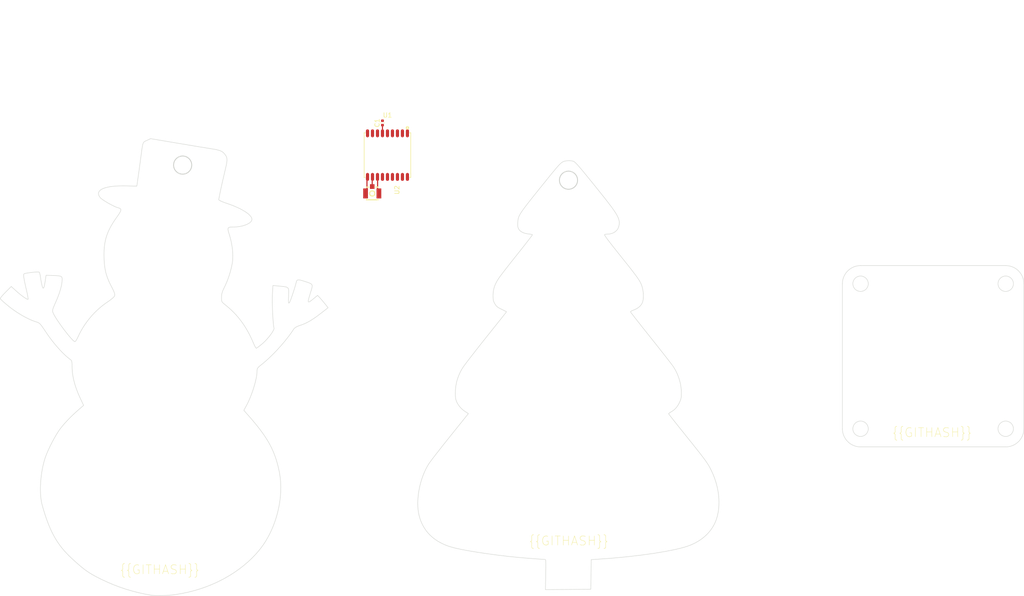
<source format=kicad_pcb>
(kicad_pcb (version 20221018) (generator pcbnew)
  (layers (0 "F.Cu" signal) (31 "B.Cu" signal) (34 "B.Paste" user) (35 "F.Paste" user) (36 "B.SilkS" user "B.Silkscreen") (37 "F.SilkS" user "F.Silkscreen") (38 "B.Mask" user) (39 "F.Mask" user) (44 "Edge.Cuts" user))
  (net 0 "")
  (net 1 "rf_in")
  (net 2 "gnd")
  (net 3 "txd")
  (net 4 "rxd")
  (net 5 "_1pps")
  (net 6 "on_off")
  (net 7 "vcc")
  (net 8 "vcc-1")
  (net 9 "nreset")
  (net 10 "vcc_rf")
  (net 11 "sda")
  (net 12 "scl")
  (footprint "lib:GPSM-SMD_ATGM336H-TR" (layer "F.Cu") (at 121.32 53.41)
    (fp_text reference "U1" (at 0 -8.81) (layer "F.SilkS"))
    (fp_text value "")
    (fp_line (start -5.13 -4.92) (end -5.13 -4.92) (stroke (width 0.15)) (layer "F.SilkS"))
    (fp_line (start -5.13 -4.92) (end -5.13 4.93) (stroke (width 0.15)) (layer "F.SilkS"))
    (fp_line (start -5.13 4.93) (end -5.13 4.93) (stroke (width 0.15)) (layer "F.SilkS"))
    (fp_line (start -5.13 4.93) (end -4.9 4.93) (stroke (width 0.15)) (layer "F.SilkS"))
    (fp_line (start -4.9 -4.92) (end -5.13 -4.92) (stroke (width 0.15)) (layer "F.SilkS"))
    (fp_line (start 4.9 -4.92) (end 5.13 -4.92) (stroke (width 0.15)) (layer "F.SilkS"))
    (fp_line (start 5.13 -4.92) (end 5.13 -4.92) (stroke (width 0.15)) (layer "F.SilkS"))
    (fp_line (start 5.13 -4.92) (end 5.13 4.93) (stroke (width 0.15)) (layer "F.SilkS"))
    (fp_line (start 5.13 4.93) (end 4.9 4.93) (stroke (width 0.15)) (layer "F.SilkS"))
    (fp_line (start 5.13 4.93) (end 5.13 4.93) (stroke (width 0.15)) (layer "F.SilkS"))
    (fp_circle (center 4.4 -6.03) (end 4.52 -6.03) (stroke (width 0.25)) (fill none) (layer "F.SilkS"))
    (pad "1" smd oval (at 4.4 -4.81 180) (size 0.7 1.77) (layers "F.Cu" "F.Paste" "F.Mask") (net 2 "gnd"))
    (pad "2" smd oval (at 3.3 -4.81 180) (size 0.7 1.77) (layers "F.Cu" "F.Paste" "F.Mask") (net 3 "txd"))
    (pad "3" smd oval (at 2.2 -4.81 180) (size 0.7 1.77) (layers "F.Cu" "F.Paste" "F.Mask") (net 4 "rxd"))
    (pad "4" smd oval (at 1.1 -4.81 180) (size 0.7 1.77) (layers "F.Cu" "F.Paste" "F.Mask") (net 5 "_1pps"))
    (pad "5" smd oval (at 0 -4.81 180) (size 0.7 1.77) (layers "F.Cu" "F.Paste" "F.Mask") (net 6 "on_off"))
    (pad "6" smd oval (at -1.1 -4.81 180) (size 0.7 1.77) (layers "F.Cu" "F.Paste" "F.Mask") (net 7 "vcc"))
    (pad "7" smd oval (at -2.2 -4.81 180) (size 0.7 1.77) (layers "F.Cu" "F.Paste" "F.Mask"))
    (pad "8" smd oval (at -3.3 -4.81 180) (size 0.7 1.77) (layers "F.Cu" "F.Paste" "F.Mask") (net 8 "vcc-1"))
    (pad "9" smd oval (at -4.4 -4.81 180) (size 0.7 1.77) (layers "F.Cu" "F.Paste" "F.Mask") (net 9 "nreset"))
    (pad "10" smd oval (at -4.4 4.81 180) (size 0.7 1.77) (layers "F.Cu" "F.Paste" "F.Mask") (net 2 "gnd"))
    (pad "11" smd oval (at -3.3 4.81 180) (size 0.7 1.77) (layers "F.Cu" "F.Paste" "F.Mask") (net 1 "rf_in"))
    (pad "12" smd oval (at -2.2 4.81 180) (size 0.7 1.77) (layers "F.Cu" "F.Paste" "F.Mask") (net 2 "gnd"))
    (pad "13" smd oval (at -1.1 4.81 180) (size 0.7 1.77) (layers "F.Cu" "F.Paste" "F.Mask"))
    (pad "14" smd oval (at 0 4.81 180) (size 0.7 1.77) (layers "F.Cu" "F.Paste" "F.Mask") (net 10 "vcc_rf"))
    (pad "15" smd oval (at 1.1 4.81 180) (size 0.7 1.77) (layers "F.Cu" "F.Paste" "F.Mask"))
    (pad "16" smd oval (at 2.2 4.81 180) (size 0.7 1.77) (layers "F.Cu" "F.Paste" "F.Mask") (net 11 "sda"))
    (pad "17" smd oval (at 3.3 4.81 180) (size 0.7 1.77) (layers "F.Cu" "F.Paste" "F.Mask") (net 12 "scl"))
    (pad "18" smd oval (at 4.4 4.81 180) (size 0.7 1.77) (layers "F.Cu" "F.Paste" "F.Mask"))
  )
  (footprint "lib:IPEX-SMD_BWIPX-1-001E" (layer "F.Cu") (at 117.96003 61.107672 -90)
    (fp_text reference "U2" (at 0 -5.47 -90) (layer "F.SilkS"))
    (fp_text value "")
    (fp_line (start -0.64 -1.27) (end -0.64 -0.73) (stroke (width 0.25)) (layer "F.SilkS"))
    (fp_line (start -0.64 0.73) (end -0.64 1.27) (stroke (width 0.25)) (layer "F.SilkS"))
    (fp_line (start -0.64 1.27) (end -0.57 1.27) (stroke (width 0.25)) (layer "F.SilkS"))
    (fp_line (start -0.57 -1.27) (end -0.64 -1.27) (stroke (width 0.25)) (layer "F.SilkS"))
    (fp_line (start 2.09 1.27) (end 2.16 1.27) (stroke (width 0.25)) (layer "F.SilkS"))
    (fp_line (start 2.16 -1.27) (end 2.09 -1.27) (stroke (width 0.25)) (layer "F.SilkS"))
    (fp_line (start 2.16 -0.73) (end 2.16 -1.27) (stroke (width 0.25)) (layer "F.SilkS"))
    (fp_line (start 2.16 -0.73) (end 2.16 0.73) (stroke (width 0.25)) (layer "F.SilkS"))
    (fp_line (start 2.16 1.27) (end 2.16 0.73) (stroke (width 0.25)) (layer "F.SilkS"))
    (fp_circle (center 0.76 0) (end 1.33 0) (stroke (width 0.25)) (fill none) (layer "F.SilkS"))
    (pad "1" smd rect (at -0.76 0 90) (size 1.05 1) (layers "F.Cu" "F.Paste" "F.Mask") (net 1 "rf_in"))
    (pad "2" smd rect (at 0.76 1.47 90) (size 2.2 1.05) (layers "F.Cu" "F.Paste" "F.Mask") (net 2 "gnd"))
    (pad "3" smd rect (at 0.76 -1.47 90) (size 2.2 1.05) (layers "F.Cu" "F.Paste" "F.Mask") (net 2 "gnd"))
  )
  (footprint "lib:C0402" (layer "F.Cu") (at 120.216106 46.309383 90)
    (fp_text reference "C1" (at 0 -1.16 90) (layer "F.SilkS"))
    (fp_text value "Multilayer Ceramic Capacitors MLCC - SMD/SMT 1uF 6.3V 0402 RoHS")
    (fp_line (start -0.107836 -0.36) (end 0.107836 -0.36) (stroke (width 0.12)) (layer "F.SilkS"))
    (fp_line (start -0.107836 0.36) (end 0.107836 0.36) (stroke (width 0.12)) (layer "F.SilkS"))
    (pad "1" smd roundrect (at -0.48 0 90) (size 0.56 0.62) (layers "F.Cu" "F.Paste" "F.Mask") (net 7 "vcc"))
    (pad "2" smd roundrect (at 0.48 0 90) (size 0.56 0.62) (layers "F.Cu" "F.Paste" "F.Mask") (net 2 "gnd"))
  )
  (gr_circle (center 225.62 81.79) (end 227.32 81.79) (stroke (width 0.1)) (fill none) (layer "Edge.Cuts"))
  (gr_circle (center 257.62 113.79) (end 259.32 113.79) (stroke (width 0.1)) (fill none) (layer "Edge.Cuts"))
  (gr_circle (center 257.62 81.79) (end 259.32 81.79) (stroke (width 0.1)) (fill none) (layer "Edge.Cuts"))
  (gr_poly (pts (xy 75.142222 50.797022) (xy 79.756606 51.568267) (xy 82.366969 51.99203) (xy 83.019066 52.095762) (xy 83.303876 52.146979) (xy 83.563537 52.198618) (xy 83.799806 52.251323) (xy 84.01444 52.305736) (xy 84.209196 52.362498) (xy 84.385831 52.422252) (xy 84.546102 52.485641) (xy 84.691766 52.553306) (xy 84.824581 52.62589) (xy 84.946303 52.704035) (xy 85.05869 52.788383) (xy 85.163499 52.879577) (xy 85.262486 52.978258) (xy 85.357409 53.08507) (xy 85.479286 53.234958) (xy 85.586233 53.378736) (xy 85.634185 53.44915) (xy 85.678498 53.519015) (xy 85.719202 53.588656) (xy 85.75633 53.658402) (xy 85.789911 53.728576) (xy 85.819976 53.799506) (xy 85.846558 53.871517) (xy 85.869686 53.944936) (xy 85.889392 54.020089) (xy 85.905707 54.097301) (xy 85.918662 54.176899) (xy 85.928287 54.259209) (xy 85.934615 54.344557) (xy 85.937675 54.433269) (xy 85.937499 54.525672) (xy 85.934119 54.62209) (xy 85.927564 54.722851) (xy 85.917866 54.82828) (xy 85.889166 55.054449) (xy 85.848266 55.303204) (xy 85.795414 55.577155) (xy 85.730859 55.878909) (xy 85.654849 56.211077) (xy 84.878546 59.55341) (xy 84.657875 60.550977) (xy 84.450892 61.532488) (xy 84.331406 62.116419) (xy 84.229648 62.629765) (xy 84.15639 63.017063) (xy 84.122409 63.222849) (xy 84.123062 63.236814) (xy 84.127967 63.251873) (xy 84.137065 63.268001) (xy 84.150302 63.285171) (xy 84.167619 63.303357) (xy 84.188962 63.322534) (xy 84.214273 63.342674) (xy 84.243497 63.363751) (xy 84.313454 63.408613) (xy 84.398381 63.456909) (xy 84.497828 63.50843) (xy 84.611342 63.562966) (xy 84.738473 63.620306) (xy 84.878767 63.680241) (xy 85.031775 63.742561) (xy 85.197043 63.807056) (xy 85.374121 63.873515) (xy 85.562558 63.94173) (xy 85.7619 64.011489) (xy 85.971698 64.082583) (xy 86.585981 64.296029) (xy 87.172975 64.516947) (xy 87.730729 64.744054) (xy 88.257293 64.976069) (xy 88.75072 65.211708) (xy 89.209058 65.449689) (xy 89.63036 65.68873) (xy 90.012676 65.927548) (xy 90.354056 66.16486) (xy 90.652552 66.399385) (xy 90.906214 66.629839) (xy 91.113092 66.85494) (xy 91.271238 67.073405) (xy 91.378702 67.283953) (xy 91.412819 67.385857) (xy 91.433535 67.485301) (xy 91.440605 67.582123) (xy 91.433787 67.676165) (xy 91.41712 67.753004) (xy 91.390362 67.829368) (xy 91.35383 67.905131) (xy 91.307839 67.980165) (xy 91.252707 68.054343) (xy 91.188749 68.12754) (xy 91.116281 68.199626) (xy 91.03562 68.270477) (xy 90.947082 68.339964) (xy 90.850984 68.407961) (xy 90.747641 68.47434) (xy 90.637371 68.538975) (xy 90.520488 68.601739) (xy 90.39731 68.662505) (xy 90.268153 68.721145) (xy 90.133332 68.777534) (xy 89.993165 68.831543) (xy 89.847967 68.883047) (xy 89.543745 68.978027) (xy 89.223197 69.06146) (xy 88.888852 69.132329) (xy 88.54324 69.189618) (xy 88.188892 69.232313) (xy 88.009232 69.24787) (xy 87.828337 69.259397) (xy 87.646523 69.266767) (xy 87.464106 69.269854) (xy 87.202959 69.272042) (xy 86.97453 69.277492) (xy 86.777472 69.288473) (xy 86.690288 69.296746) (xy 86.610443 69.307253) (xy 86.537768 69.320276) (xy 86.472096 69.3361) (xy 86.413258 69.355009) (xy 86.361087 69.377285) (xy 86.315414 69.403211) (xy 86.276071 69.433073) (xy 86.24289 69.467154) (xy 86.215703 69.505736) (xy 86.194342 69.549103) (xy 86.178638 69.59754) (xy 86.168424 69.65133) (xy 86.163532 69.710755) (xy 86.163793 69.776101) (xy 86.169039 69.847649) (xy 86.179102 69.925685) (xy 86.193814 70.010491) (xy 86.236514 70.20155) (xy 86.295792 70.423093) (xy 86.370304 70.677389) (xy 86.458705 70.966708) (xy 86.582128 71.384478) (xy 86.694998 71.803093) (xy 86.797211 72.221567) (xy 86.888665 72.638919) (xy 86.969257 73.054166) (xy 87.038885 73.466323) (xy 87.097447 73.874409) (xy 87.144838 74.277439) (xy 87.180958 74.674432) (xy 87.205702 75.064404) (xy 87.21897 75.446371) (xy 87.220657 75.819352) (xy 87.210662 76.182361) (xy 87.188881 76.534418) (xy 87.155212 76.874538) (xy 87.109553 77.201739) (xy 86.986123 77.871628) (xy 86.830027 78.558912) (xy 86.643845 79.255662) (xy 86.430157 79.953949) (xy 86.19154 80.645848) (xy 85.930575 81.323429) (xy 85.649841 81.978766) (xy 85.351916 82.60393) (xy 85.189192 82.938586) (xy 85.118752 83.093315) (xy 85.055229 83.240939) (xy 84.998352 83.382431) (xy 84.947849 83.518761) (xy 84.903447 83.650903) (xy 84.864875 83.779828) (xy 84.831859 83.906506) (xy 84.804129 84.031911) (xy 84.781412 84.157013) (xy 84.763435 84.282785) (xy 84.749927 84.410197) (xy 84.740615 84.540223) (xy 84.735228 84.673833) (xy 84.733493 84.811999) (xy 84.736223 85.129082) (xy 84.741369 85.261496) (xy 84.750575 85.379459) (xy 84.764997 85.485194) (xy 84.774524 85.534172) (xy 84.785789 85.580928) (xy 84.798934 85.625739) (xy 84.814106 85.668884) (xy 84.831447 85.710641) (xy 84.851104 85.751288) (xy 84.873219 85.791103) (xy 84.897937 85.830364) (xy 84.925403 85.869349) (xy 84.955761 85.908337) (xy 84.989155 85.947605) (xy 85.02573 85.987432) (xy 85.109 86.069873) (xy 85.206725 86.157886) (xy 85.320061 86.253696) (xy 85.598185 86.477602) (xy 86.096863 86.886277) (xy 86.577755 87.306529) (xy 87.04138 87.739064) (xy 87.488258 88.184586) (xy 87.918909 88.6438) (xy 88.333852 89.117412) (xy 88.733607 89.606125) (xy 89.118694 90.110646) (xy 89.489632 90.631678) (xy 89.846941 91.169927) (xy 90.19114 91.726098) (xy 90.52275 92.300895) (xy 90.84229 92.895024) (xy 91.150279 93.509189) (xy 91.447237 94.144095) (xy 91.733683 94.800448) (xy 91.84059 95.047283) (xy 91.945802 95.277558) (xy 92.046625 95.486234) (xy 92.140364 95.668271) (xy 92.224324 95.818627) (xy 92.295813 95.932265) (xy 92.326039 95.973739) (xy 92.352136 96.004143) (xy 92.373767 96.022848) (xy 92.382804 96.027616) (xy 92.390597 96.029223) (xy 92.399173 96.028006) (xy 92.410522 96.024397) (xy 92.441219 96.010237) (xy 92.482045 95.987221) (xy 92.53236 95.955824) (xy 92.591521 95.916524) (xy 92.658887 95.869798) (xy 92.815666 95.755976) (xy 92.997564 95.618173) (xy 93.199447 95.460204) (xy 93.416182 95.285885) (xy 93.642634 95.099032) (xy 93.891007 94.882848) (xy 94.141366 94.648628) (xy 94.390948 94.400061) (xy 94.636991 94.140836) (xy 94.87673 93.874641) (xy 95.107403 93.605164) (xy 95.326247 93.336095) (xy 95.530498 93.071122) (xy 95.717394 92.813933) (xy 95.884171 92.568218) (xy 96.028066 92.337665) (xy 96.146316 92.125962) (xy 96.236159 91.936798) (xy 96.294829 91.773863) (xy 96.311612 91.703383) (xy 96.319566 91.640844) (xy 96.318345 91.586706) (xy 96.307605 91.54143) (xy 96.264441 91.378418) (xy 96.221593 91.121805) (xy 96.138989 90.373142) (xy 96.064068 89.386161) (xy 96.001109 88.251583) (xy 95.954389 87.060129) (xy 95.928186 85.902519) (xy 95.926777 84.869474) (xy 95.95444 84.051714) (xy 96.07471 82.177477) (xy 97.36716 82.304781) (xy 98.13507 82.379263) (xy 98.441266 82.413109) (xy 98.700599 82.449744) (xy 98.916803 82.492956) (xy 99.009898 82.518212) (xy 99.09361 82.546534) (xy 99.168406 82.578395) (xy 99.234753 82.614268) (xy 99.293117 82.654627) (xy 99.343964 82.699946) (xy 99.387763 82.750698) (xy 99.424978 82.807357) (xy 99.456076 82.870396) (xy 99.481525 82.94029) (xy 99.501791 83.017511) (xy 99.51734 83.102533) (xy 99.536155 83.297877) (xy 99.541702 83.530109) (xy 99.537716 83.803018) (xy 99.51607 84.486025) (xy 99.501811 85.019341) (xy 99.495778 85.429631) (xy 99.49953 85.727933) (xy 99.505563 85.838537) (xy 99.514626 85.925284) (xy 99.526915 85.989553) (xy 99.542625 86.032723) (xy 99.551823 86.046828) (xy 99.56195 86.056175) (xy 99.573029 86.060938) (xy 99.585085 86.061289) (xy 99.612224 86.049443) (xy 99.643564 86.022019) (xy 99.679299 85.980395) (xy 99.719623 85.925951) (xy 99.770963 85.835961) (xy 99.83738 85.6921) (xy 100.00736 85.267042) (xy 100.213404 84.699332) (xy 100.439353 84.037526) (xy 100.669049 83.330178) (xy 100.886332 82.625845) (xy 101.075044 81.973082) (xy 101.219027 81.420443) (xy 101.232451 81.367288) (xy 101.246658 81.317349) (xy 101.261814 81.270604) (xy 101.278084 81.227032) (xy 101.295634 81.186611) (xy 101.314631 81.149321) (xy 101.33524 81.115138) (xy 101.357628 81.084043) (xy 101.381959 81.056013) (xy 101.4084 81.031027) (xy 101.437117 81.009064) (xy 101.468275 80.990102) (xy 101.502041 80.974119) (xy 101.538581 80.961095) (xy 101.578059 80.951007) (xy 101.620643 80.943835) (xy 101.666497 80.939556) (xy 101.715788 80.938149) (xy 101.768682 80.939594) (xy 101.825345 80.943867) (xy 101.885942 80.950949) (xy 101.950639 80.960817) (xy 102.019603 80.97345) (xy 102.092998 80.988826) (xy 102.170992 81.006924) (xy 102.253749 81.027723) (xy 102.434219 81.077337) (xy 102.635734 81.137495) (xy 102.859622 81.208025) (xy 103.581471 81.438726) (xy 103.868146 81.535185) (xy 104.108644 81.625316) (xy 104.212356 81.669476) (xy 104.305459 81.713816) (xy 104.388264 81.758923) (xy 104.461082 81.805384) (xy 104.524226 81.853787) (xy 104.578006 81.904719) (xy 104.622735 81.958768) (xy 104.658725 82.01652) (xy 104.686285 82.078563) (xy 104.705729 82.145484) (xy 104.717368 82.217871) (xy 104.721513 82.296311) (xy 104.718476 82.381392) (xy 104.708568 82.4737) (xy 104.692102 82.573823) (xy 104.669388 82.682348) (xy 104.606464 82.926954) (xy 104.522289 83.212218) (xy 104.300158 83.92351) (xy 104.076968 84.658354) (xy 103.993442 84.95378) (xy 103.929762 85.203046) (xy 103.886777 85.407528) (xy 103.865337 85.568604) (xy 103.862962 85.633296) (xy 103.866292 85.687652) (xy 103.875434 85.731846) (xy 103.890492 85.766049) (xy 103.911574 85.790433) (xy 103.938786 85.805172) (xy 103.972234 85.810436) (xy 104.012025 85.806398) (xy 104.058263 85.79323) (xy 104.111056 85.771105) (xy 104.236732 85.700671) (xy 104.3899 85.596472) (xy 104.571411 85.459887) (xy 105.02286 85.095065) (xy 105.918216 84.355181) (xy 106.388476 84.86751) (xy 106.496975 84.987739) (xy 106.625318 85.133369) (xy 106.92254 85.478508) (xy 107.242155 85.858286) (xy 107.546176 86.22806) (xy 108.2336 87.076296) (xy 106.72333 88.254687) (xy 106.031007 88.783192) (xy 105.392025 89.245391) (xy 105.089314 89.453516) (xy 104.796071 89.647331) (xy 104.511007 89.827593) (xy 104.232833 89.995056) (xy 103.960259 90.150478) (xy 103.691998 90.294613) (xy 103.426759 90.428217) (xy 103.163254 90.552046) (xy 102.900193 90.666855) (xy 102.636288 90.773401) (xy 102.370249 90.872439) (xy 102.100787 90.964724) (xy 101.955978 91.013649) (xy 101.818902 91.062832) (xy 101.689432 91.112348) (xy 101.567439 91.162273) (xy 101.452795 91.212683) (xy 101.345371 91.263651) (xy 101.245039 91.315254) (xy 101.151671 91.367567) (xy 101.065138 91.420665) (xy 100.985313 91.474624) (xy 100.912065 91.529517) (xy 100.845269 91.585421) (xy 100.784794 91.642412) (xy 100.730512 91.700563) (xy 100.682296 91.759951) (xy 100.640017 91.82065) (xy 100.313962 92.312951) (xy 99.958065 92.82026) (xy 99.575318 93.339289) (xy 99.168711 93.866747) (xy 98.741234 94.399346) (xy 98.295878 94.933795) (xy 97.835635 95.466804) (xy 97.363494 95.995083) (xy 96.882446 96.515343) (xy 96.395482 97.024295) (xy 95.905593 97.518647) (xy 95.415769 97.995111) (xy 94.929002 98.450396) (xy 94.44828 98.881213) (xy 93.976596 99.284272) (xy 93.51694 99.656283) (xy 93.364132 99.777198) (xy 93.228349 99.887118) (xy 93.108601 99.987555) (xy 93.003899 100.080022) (xy 92.913256 100.166032) (xy 92.835682 100.247098) (xy 92.770188 100.324733) (xy 92.741662 100.362737) (xy 92.715786 100.40045) (xy 92.692435 100.438062) (xy 92.671487 100.475762) (xy 92.652817 100.513738) (xy 92.636302 100.552181) (xy 92.621819 100.591279) (xy 92.609244 100.631221) (xy 92.589322 100.714395) (xy 92.575548 100.803215) (xy 92.566934 100.899195) (xy 92.56249 101.003847) (xy 92.561229 101.118685) (xy 92.548214 101.459191) (xy 92.510172 101.840399) (xy 92.448603 102.257479) (xy 92.365007 102.705605) (xy 92.260885 103.179948) (xy 92.137739 103.675679) (xy 91.997068 104.187971) (xy 91.840373 104.711996) (xy 91.669155 105.242926) (xy 91.484915 105.775933) (xy 91.289154 106.306188) (xy 91.083372 106.828864) (xy 90.86907 107.339132) (xy 90.647749 107.832164) (xy 90.420909 108.303133) (xy 90.190051 108.74721) (xy 89.658061 109.729433) (xy 90.799319 111.025652) (xy 91.552256 111.894452) (xy 92.247519 112.726345) (xy 92.887901 113.52649) (xy 93.476195 114.300047) (xy 94.015193 115.052178) (xy 94.507688 115.788042) (xy 94.956473 116.5128) (xy 95.364341 117.231612) (xy 95.734083 117.949638) (xy 96.068493 118.672038) (xy 96.370364 119.403974) (xy 96.642488 120.150605) (xy 96.887657 120.917091) (xy 97.108665 121.708593) (xy 97.308304 122.530271) (xy 97.489367 123.387286) (xy 97.659586 124.435519) (xy 97.764545 125.512723) (xy 97.805707 126.613102) (xy 97.784533 127.73086) (xy 97.702485 128.860202) (xy 97.561026 129.995332) (xy 97.361618 131.130454) (xy 97.105722 132.259774) (xy 96.794801 133.377494) (xy 96.430316 134.47782) (xy 96.01373 135.554956) (xy 95.546505 136.603107) (xy 95.030102 137.616476) (xy 94.465984 138.589268) (xy 93.855613 139.515689) (xy 93.20045 140.389941) (xy 92.386005 141.350273) (xy 91.510226 142.273552) (xy 90.576227 143.158109) (xy 89.587122 144.002278) (xy 88.546024 144.80439) (xy 87.456048 145.562779) (xy 86.320308 146.275777) (xy 85.141916 146.941716) (xy 83.923988 147.558929) (xy 82.669636 148.125749) (xy 81.381976 148.640508) (xy 80.06412 149.101539) (xy 78.719182 149.507174) (xy 77.350277 149.855747) (xy 75.960518 150.145589) (xy 74.553019 150.375033) (xy 73.862872 150.459306) (xy 73.131633 150.525975) (xy 72.383923 150.574372) (xy 71.644361 150.603827) (xy 70.93757 150.613671) (xy 70.288169 150.603235) (xy 69.720779 150.57185) (xy 69.475532 150.548093) (xy 69.26002 150.518847) (xy 69.260051 150.518832) (xy 67.831835 150.262486) (xy 66.416949 149.953785) (xy 65.016193 149.592984) (xy 63.630368 149.180338) (xy 62.260274 148.716103) (xy 60.90671 148.200532) (xy 59.570477 147.633881) (xy 58.252375 147.016405) (xy 57.283074 146.528505) (xy 56.847829 146.298277) (xy 56.438641 146.072324) (xy 56.050351 145.846994) (xy 55.6778 145.618633) (xy 55.315827 145.383588) (xy 54.959273 145.138205) (xy 54.602979 144.87883) (xy 54.241783 144.601811) (xy 53.870528 144.303492) (xy 53.484054 143.980222) (xy 52.644807 143.244211) (xy 51.682765 142.36455) (xy 51.097036 141.804159) (xy 50.54538 141.238954) (xy 50.025658 140.665073) (xy 49.535731 140.078649) (xy 49.07346 139.475819) (xy 48.636705 138.852719) (xy 48.223328 138.205483) (xy 47.831189 137.530249) (xy 47.458149 136.823151) (xy 47.10207 136.080325) (xy 46.760812 135.297907) (xy 46.432236 134.472032) (xy 46.114202 133.598836) (xy 45.804573 132.674455) (xy 45.501208 131.695024) (xy 45.201968 130.656679) (xy 45.078569 130.147371) (xy 44.978794 129.594224) (xy 44.90231 129.00242) (xy 44.848785 128.377144) (xy 44.817886 127.723579) (xy 44.809281 127.046907) (xy 44.822637 126.352311) (xy 44.857621 125.644974) (xy 44.913901 124.93008) (xy 44.991145 124.212811) (xy 45.089019 123.498351) (xy 45.207191 122.791883) (xy 45.345328 122.098589) (xy 45.503099 121.423652) (xy 45.68017 120.772256) (xy 45.876208 120.149584) (xy 46.005143 119.787909) (xy 46.154924 119.401263) (xy 46.508073 118.570286) (xy 46.917749 117.69111) (xy 47.366047 116.79819) (xy 47.83506 115.92598) (xy 48.306883 115.108937) (xy 48.76361 114.381515) (xy 48.980717 114.062179) (xy 49.187335 113.77817) (xy 49.387433 113.519297) (xy 49.599256 113.255538) (xy 50.056372 112.715109) (xy 50.555279 112.160374) (xy 51.092575 111.594824) (xy 51.664855 111.021952) (xy 52.268718 110.445248) (xy 52.900758 109.868205) (xy 53.557574 109.294314) (xy 54.329783 108.634142) (xy 53.616031 107.110232) (xy 53.390001 106.6154) (xy 53.179365 106.128819) (xy 52.984012 105.650049) (xy 52.803829 105.178652) (xy 52.638704 104.71419) (xy 52.488525 104.256224) (xy 52.353181 103.804315) (xy 52.232559 103.358025) (xy 52.126547 102.916915) (xy 52.035034 102.480548) (xy 51.957906 102.048484) (xy 51.895053 101.620284) (xy 51.846363 101.195511) (xy 51.811722 100.773726) (xy 51.79102 100.35449) (xy 51.784144 99.937365) (xy 51.780657 99.620612) (xy 51.776007 99.482669) (xy 51.769161 99.357285) (xy 51.759927 99.243666) (xy 51.748111 99.141014) (xy 51.733519 99.048534) (xy 51.715958 98.96543) (xy 51.695233 98.890904) (xy 51.671153 98.824161) (xy 51.643523 98.764406) (xy 51.612149 98.71084) (xy 51.576839 98.662669) (xy 51.537399 98.619096) (xy 51.493635 98.579325) (xy 51.445353 98.542559) (xy 51.149902 98.324092) (xy 50.839064 98.073347) (xy 50.514896 97.792628) (xy 50.179453 97.484238) (xy 49.834791 97.150482) (xy 49.482966 96.793665) (xy 49.126033 96.41609) (xy 48.766047 96.020062) (xy 48.405065 95.607885) (xy 48.045142 95.181864) (xy 47.688333 94.744302) (xy 47.336694 94.297504) (xy 46.992281 93.843774) (xy 46.657149 93.385417) (xy 46.333354 92.924737) (xy 46.022952 92.464037) (xy 45.611719 91.844971) (xy 45.279782 91.362091) (xy 45.137757 91.165551) (xy 45.008606 90.995655) (xy 44.89001 90.849933) (xy 44.779654 90.725918) (xy 44.675221 90.621143) (xy 44.574392 90.533138) (xy 44.474852 90.459437) (xy 44.374284 90.397571) (xy 44.27037 90.345073) (xy 44.160793 90.299474) (xy 44.043237 90.258307) (xy 43.915385 90.219103) (xy 43.593888 90.117525) (xy 43.255864 89.996009) (xy 42.903268 89.855657) (xy 42.538058 89.697573) (xy 42.162189 89.522858) (xy 41.777618 89.332616) (xy 41.386301 89.127951) (xy 40.990194 88.909964) (xy 40.591254 88.679759) (xy 40.191438 88.438438) (xy 39.792701 88.187105) (xy 39.396999 87.926862) (xy 39.00629 87.658812) (xy 38.622529 87.384058) (xy 38.247673 87.103703) (xy 37.883677 86.81885) (xy 37.49456 86.502783) (xy 37.131548 86.199554) (xy 36.802586 85.916398) (xy 36.515619 85.660548) (xy 36.278593 85.439239) (xy 36.099452 85.259705) (xy 36.034071 85.187865) (xy 35.986141 85.129182) (xy 35.956654 85.08456) (xy 35.946605 85.054903) (xy 35.948192 85.042433) (xy 35.952903 85.026953) (xy 35.971384 84.987332) (xy 36.001425 84.936776) (xy 36.042403 84.876021) (xy 36.093695 84.805804) (xy 36.154681 84.726859) (xy 36.224736 84.639924) (xy 36.303239 84.545735) (xy 36.389567 84.445026) (xy 36.483097 84.338536) (xy 36.689276 84.11115) (xy 36.916796 83.869466) (xy 37.037003 83.745102) (xy 37.160678 83.619372) (xy 38.374759 82.395922) (xy 39.365809 83.301684) (xy 39.814301 83.698656) (xy 40.266196 84.075272) (xy 40.704205 84.419302) (xy 41.111041 84.718514) (xy 41.469414 84.960676) (xy 41.625024 85.056541) (xy 41.762035 85.133557) (xy 41.878286 85.190195) (xy 41.971615 85.224926) (xy 42.039863 85.236222) (xy 42.063905 85.232603) (xy 42.080867 85.222552) (xy 42.085566 85.215268) (xy 42.089233 85.203934) (xy 42.093537 85.169549) (xy 42.093921 85.120268) (xy 42.090523 85.056964) (xy 42.083485 84.98051) (xy 42.072948 84.891778) (xy 42.059051 84.79164) (xy 42.041937 84.68097) (xy 41.998614 84.43152) (xy 41.944105 84.150408) (xy 41.879534 83.844615) (xy 41.806025 83.52112) (xy 41.578977 82.541169) (xy 41.399614 81.732306) (xy 41.265507 81.079136) (xy 41.174225 80.56626) (xy 41.123338 80.17828) (xy 41.112283 80.026315) (xy 41.110416 79.899799) (xy 41.117432 79.796809) (xy 41.133029 79.71542) (xy 41.156901 79.653706) (xy 41.188746 79.609743) (xy 41.213078 79.592846) (xy 41.252556 79.575085) (xy 41.372962 79.537437) (xy 41.541984 79.497733) (xy 41.751641 79.456905) (xy 42.26094 79.37561) (xy 42.837013 79.301016) (xy 43.416018 79.240586) (xy 43.934111 79.201782) (xy 44.150364 79.192822) (xy 44.327447 79.192067) (xy 44.45738 79.20045) (xy 44.532183 79.218905) (xy 44.538527 79.223215) (xy 44.545097 79.229471) (xy 44.551878 79.23762) (xy 44.558855 79.247608) (xy 44.573336 79.272888) (xy 44.588416 79.304879) (xy 44.603974 79.343154) (xy 44.619887 79.387282) (xy 44.636031 79.436835) (xy 44.652284 79.491383) (xy 44.668525 79.550496) (xy 44.684629 79.613746) (xy 44.700475 79.680703) (xy 44.715939 79.750937) (xy 44.7309 79.82402) (xy 44.745234 79.899521) (xy 44.75882 79.977012) (xy 44.771533 80.056063) (xy 44.946351 81.130774) (xy 45.025944 81.564983) (xy 45.101061 81.931234) (xy 45.172253 82.230134) (xy 45.24007 82.462288) (xy 45.305063 82.628302) (xy 45.336673 82.686696) (xy 45.367783 82.728781) (xy 45.398463 82.754634) (xy 45.428781 82.764331) (xy 45.458807 82.757947) (xy 45.488608 82.735557) (xy 45.518254 82.697238) (xy 45.547814 82.643066) (xy 45.606951 82.487462) (xy 45.666568 82.269351) (xy 45.727218 81.98934) (xy 45.78945 81.648032) (xy 45.853816 81.246035) (xy 46.055377 79.918581) (xy 47.417926 79.96628) (xy 48.109143 79.993687) (xy 48.392021 80.009194) (xy 48.636741 80.027435) (xy 48.846051 80.049559) (xy 49.022696 80.076715) (xy 49.169424 80.110051) (xy 49.288982 80.150717) (xy 49.339431 80.174158) (xy 49.384117 80.199861) (xy 49.423385 80.227972) (xy 49.457577 80.258632) (xy 49.487036 80.291987) (xy 49.512107 80.32818) (xy 49.533132 80.367353) (xy 49.550455 80.409652) (xy 49.575367 80.504197) (xy 49.589592 80.612965) (xy 49.595876 80.737105) (xy 49.596965 80.877764) (xy 49.590289 81.099803) (xy 49.571905 81.336737) (xy 49.542029 81.587807) (xy 49.500879 81.852253) (xy 49.448672 82.129318) (xy 49.385623 82.418243) (xy 49.311951 82.718269) (xy 49.227873 83.028637) (xy 49.133604 83.34859) (xy 49.029362 83.677367) (xy 48.915364 84.014212) (xy 48.791827 84.358364) (xy 48.658967 84.709065) (xy 48.517002 85.065558) (xy 48.366148 85.427082) (xy 48.206622 85.792879) (xy 47.949769 86.374791) (xy 47.755997 86.832451) (xy 47.68104 87.021721) (xy 47.619784 87.188367) (xy 47.571537 87.335205) (xy 47.535609 87.465048) (xy 47.511311 87.580709) (xy 47.497952 87.685002) (xy 47.494842 87.78074) (xy 47.501291 87.870737) (xy 47.516609 87.957807) (xy 47.540106 88.044763) (xy 47.571091 88.134418) (xy 47.608874 88.229586) (xy 47.761079 88.551834) (xy 47.975096 88.939463) (xy 48.241913 89.380584) (xy 48.55252 89.863307) (xy 49.269066 90.905997) (xy 50.052651 91.972411) (xy 50.831193 92.967426) (xy 51.196047 93.408433) (xy 51.532609 93.795921) (xy 51.831869 94.117998) (xy 52.084818 94.362774) (xy 52.282443 94.518359) (xy 52.357694 94.558989) (xy 52.415736 94.572863) (xy 52.426811 94.571375) (xy 52.439084 94.56696) (xy 52.452509 94.559691) (xy 52.467041 94.549641) (xy 52.482633 94.536883) (xy 52.499239 94.521489) (xy 52.516813 94.503532) (xy 52.535309 94.483086) (xy 52.574881 94.435018) (xy 52.617586 94.377866) (xy 52.663055 94.312214) (xy 52.710918 94.238646) (xy 52.760808 94.157745) (xy 52.812354 94.070093) (xy 52.865187 93.976276) (xy 52.918939 93.876875) (xy 52.97324 93.772474) (xy 53.02772 93.663657) (xy 53.082012 93.551007) (xy 53.135745 93.435107) (xy 53.405424 92.869327) (xy 53.69623 92.311615) (xy 54.007442 91.76282) (xy 54.338342 91.223792) (xy 54.688208 90.695381) (xy 55.05632 90.178436) (xy 55.441958 89.673808) (xy 55.844402 89.182347) (xy 56.262932 88.704901) (xy 56.696828 88.242322) (xy 57.145369 87.795459) (xy 57.607836 87.365163) (xy 58.083508 86.952281) (xy 58.571665 86.557666) (xy 59.071586 86.182166) (xy 59.582553 85.826632) (xy 59.914962 85.598282) (xy 60.214172 85.3804) (xy 60.477869 85.17504) (xy 60.595674 85.077698) (xy 60.703732 84.984257) (xy 60.801753 84.894974) (xy 60.889447 84.810106) (xy 60.966524 84.72991) (xy 61.032694 84.654642) (xy 61.087669 84.584559) (xy 61.131158 84.519919) (xy 61.162872 84.460977) (xy 61.182521 84.407992) (xy 61.189444 84.378526) (xy 61.194656 84.347449) (xy 61.198136 84.314702) (xy 61.199864 84.280227) (xy 61.197977 84.205863) (xy 61.188829 84.123892) (xy 61.172254 84.033852) (xy 61.148084 83.935279) (xy 61.116154 83.82771) (xy 61.076297 83.71068) (xy 61.028345 83.583727) (xy 60.972134 83.446388) (xy 60.907495 83.298197) (xy 60.834263 83.138693) (xy 60.75227 82.967412) (xy 60.661351 82.783889) (xy 60.561339 82.587662) (xy 60.452067 82.378268) (xy 60.237971 81.961359) (xy 60.041673 81.555601) (xy 59.862568 81.158484) (xy 59.700049 80.767498) (xy 59.553508 80.380135) (xy 59.422339 79.993885) (xy 59.305935 79.60624) (xy 59.203689 79.21469) (xy 59.114995 78.816725) (xy 59.039245 78.409838) (xy 58.975833 77.991518) (xy 58.924151 77.559256) (xy 58.883594 77.110544) (xy 58.853553 76.642872) (xy 58.833423 76.153731) (xy 58.822596 75.640612) (xy 58.82378 75.019765) (xy 58.843433 74.425285) (xy 58.882591 73.854032) (xy 58.942291 73.302869) (xy 59.023569 72.768658) (xy 59.127459 72.248262) (xy 59.255 71.738542) (xy 59.407225 71.236361) (xy 59.585172 70.73858) (xy 59.789877 70.242062) (xy 60.022374 69.743669) (xy 60.283701 69.240263) (xy 60.574893 68.728705) (xy 60.896986 68.205859) (xy 61.251015 67.668586) (xy 61.638018 67.113749) (xy 61.84244 66.825076) (xy 62.020375 66.566593) (xy 62.17201 66.336298) (xy 62.29753 66.132187) (xy 62.397121 65.95226) (xy 62.470968 65.794512) (xy 62.498296 65.72333) (xy 62.519258 65.656942) (xy 62.533877 65.595098) (xy 62.542176 65.537547) (xy 62.544179 65.484039) (xy 62.539908 65.434323) (xy 62.529387 65.388151) (xy 62.512639 65.34527) (xy 62.489688 65.305431) (xy 62.460556 65.268384) (xy 62.425267 65.233878) (xy 62.383844 65.201662) (xy 62.33631 65.171487) (xy 62.282689 65.143103) (xy 62.157276 65.090703) (xy 62.007792 65.042459) (xy 61.834422 64.996371) (xy 61.657986 64.943069) (xy 61.445562 64.862593) (xy 61.203024 64.758325) (xy 60.93625 64.633653) (xy 60.353499 64.336631) (xy 59.744319 63.998608) (xy 59.155721 63.646664) (xy 58.634716 63.307879) (xy 58.414252 63.151884) (xy 58.228316 63.009334) (xy 58.082783 62.883614) (xy 57.983531 62.778109) (xy 57.869943 62.622242) (xy 57.777351 62.470362) (xy 57.705558 62.322559) (xy 57.654369 62.178917) (xy 57.623588 62.039526) (xy 57.613018 61.904471) (xy 57.622463 61.773839) (xy 57.651728 61.647718) (xy 57.700616 61.526195) (xy 57.768931 61.409356) (xy 57.856477 61.297289) (xy 57.963058 61.190081) (xy 58.088479 61.087819) (xy 58.232542 60.99059) (xy 58.395052 60.89848) (xy 58.575812 60.811578) (xy 58.774627 60.72997) (xy 58.991301 60.653743) (xy 59.225638 60.582984) (xy 59.477441 60.51778) (xy 59.746514 60.458218) (xy 60.032661 60.404385) (xy 60.335687 60.356369) (xy 60.655395 60.314256) (xy 60.991589 60.278134) (xy 61.344073 60.248089) (xy 61.712651 60.224208) (xy 62.097127 60.20658) (xy 62.497305 60.195289) (xy 62.912988 60.190424) (xy 63.343981 60.192072) (xy 63.790088 60.20032) (xy 66.056857 60.258219) (xy 66.273486 58.80189) (xy 66.542465 56.891029) (xy 66.884944 54.341891) (xy 67.190183 52.053843) (xy 67.248082 51.679802) (xy 67.303557 51.37005) (xy 67.359078 51.117137) (xy 67.417116 50.913616) (xy 67.48014 50.752035) (xy 67.55062 50.624945) (xy 67.631027 50.524898) (xy 67.72383 50.444442) (xy 67.831501 50.37613) (xy 67.956508 50.312512) (xy 68.268412 50.169558) (xy 69.100734 49.778315)) (stroke (width 0.1)) (fill none) (layer "Edge.Cuts"))
  (gr_arc (start 261.62 113.79) (mid 260.448427 116.618427) (end 257.62 117.79) (stroke (width 0.1)) (layer "Edge.Cuts"))
  (gr_arc (start 225.62 117.79) (mid 222.791573 116.618427) (end 221.62 113.79) (stroke (width 0.1)) (layer "Edge.Cuts"))
  (gr_line (start 261.62 113.79) (end 261.62 81.79) (stroke (width 0.1)) (layer "Edge.Cuts"))
  (gr_circle (center 161.229974 58.946031) (end 163.229974 58.946031) (stroke (width 0.2)) (fill none) (layer "Edge.Cuts"))
  (gr_line (start 221.62 81.79) (end 221.62 113.79) (stroke (width 0.1)) (layer "Edge.Cuts"))
  (gr_arc (start 257.62 77.79) (mid 260.448427 78.961573) (end 261.62 81.79) (stroke (width 0.1)) (layer "Edge.Cuts"))
  (gr_poly (pts (xy 161.429183 54.643361) (xy 161.588699 54.648976) (xy 161.743405 54.660128) (xy 161.8913 54.67685) (xy 162.030385 54.699174) (xy 162.158659 54.727132) (xy 162.274122 54.760758) (xy 162.374774 54.800082) (xy 162.418214 54.822065) (xy 162.465501 54.850416) (xy 162.517128 54.885713) (xy 162.573587 54.928531) (xy 162.702967 55.039035) (xy 162.857578 55.186538) (xy 163.041357 55.37565) (xy 163.258241 55.610981) (xy 163.512165 55.897139) (xy 163.807067 56.238735) (xy 164.146884 56.640378) (xy 164.53555 57.106678) (xy 164.977005 57.642244) (xy 165.475183 58.251687) (xy 166.657456 59.710639) (xy 168.113864 61.520411) (xy 169.490282 63.25197) (xy 170.562092 64.650979) (xy 170.993296 65.243203) (xy 171.359779 65.7732) (xy 171.665351 66.247941) (xy 171.913823 66.674396) (xy 172.109006 67.059535) (xy 172.254708 67.41033) (xy 172.354741 67.733749) (xy 172.412915 68.036764) (xy 172.433041 68.326344) (xy 172.418927 68.609461) (xy 172.374385 68.893084) (xy 172.303226 69.184183) (xy 172.274597 69.278158) (xy 172.242 69.369887) (xy 172.205507 69.459324) (xy 172.165188 69.546423) (xy 172.121114 69.631137) (xy 172.073357 69.713419) (xy 172.021987 69.793223) (xy 171.967076 69.870502) (xy 171.908694 69.945208) (xy 171.846914 70.017296) (xy 171.781806 70.08672) (xy 171.71344 70.153431) (xy 171.641889 70.217383) (xy 171.567223 70.278531) (xy 171.489513 70.336826) (xy 171.408831 70.392223) (xy 171.325247 70.444674) (xy 171.238833 70.494134) (xy 171.14966 70.540554) (xy 171.057799 70.58389) (xy 170.96332 70.624093) (xy 170.866295 70.661118) (xy 170.766796 70.694917) (xy 170.664893 70.725444) (xy 170.560657 70.752652) (xy 170.45416 70.776495) (xy 170.345472 70.796926) (xy 170.234664 70.813898) (xy 170.121809 70.827364) (xy 170.006976 70.837278) (xy 169.890237 70.843593) (xy 169.771663 70.846262) (xy 169.726607 70.847177) (xy 169.681188 70.849133) (xy 169.590479 70.855957) (xy 169.501974 70.8663) (xy 169.418107 70.879728) (xy 169.378675 70.887463) (xy 169.341315 70.895806) (xy 169.306334 70.904703) (xy 169.274034 70.9141) (xy 169.244721 70.923942) (xy 169.218699 70.934176) (xy 169.196272 70.944746) (xy 169.177745 70.955599) (xy 169.171643 70.965792) (xy 169.172154 70.983757) (xy 169.17922 71.009417) (xy 169.192785 71.042693) (xy 169.239181 71.131786) (xy 169.310885 71.250417) (xy 169.407439 71.397965) (xy 169.528385 71.573811) (xy 169.673265 71.777334) (xy 169.841623 72.007915) (xy 170.246938 72.547768) (xy 170.740668 73.18841) (xy 171.319154 73.924882) (xy 171.978732 74.752222) (xy 174.641332 78.093405) (xy 175.537111 79.246786) (xy 176.200008 80.134787) (xy 176.673118 80.816979) (xy 176.99954 81.352933) (xy 177.222371 81.802218) (xy 177.384708 82.224406) (xy 177.462833 82.472098) (xy 177.531331 82.72855) (xy 177.59016 82.991701) (xy 177.639284 83.259489) (xy 177.678662 83.529854) (xy 177.708257 83.800735) (xy 177.728028 84.070071) (xy 177.737937 84.335802) (xy 177.737946 84.595867) (xy 177.728014 84.848205) (xy 177.708104 85.090755) (xy 177.678176 85.321456) (xy 177.638191 85.538248) (xy 177.588111 85.739069) (xy 177.527896 85.92186) (xy 177.457507 86.084559) (xy 177.391656 86.207668) (xy 177.318059 86.327563) (xy 177.236853 86.444134) (xy 177.148173 86.557272) (xy 177.052156 86.666869) (xy 176.948938 86.772814) (xy 176.838657 86.874999) (xy 176.721448 86.973315) (xy 176.597448 87.067652) (xy 176.466794 87.157903) (xy 176.32962 87.243956) (xy 176.186065 87.325705) (xy 176.036265 87.403039) (xy 175.880355 87.475849) (xy 175.718473 87.544027) (xy 175.550754 87.607462) (xy 175.482045 87.632835) (xy 175.415483 87.658969) (xy 175.351405 87.685667) (xy 175.290146 87.712731) (xy 175.23204 87.739963) (xy 175.177423 87.767164) (xy 175.126631 87.794136) (xy 175.079997 87.820681) (xy 175.037859 87.846601) (xy 175.00055 87.871698) (xy 174.968407 87.895773) (xy 174.941764 87.918629) (xy 174.920956 87.940066) (xy 174.90632 87.959888) (xy 174.898189 87.977896) (xy 174.896668 87.986157) (xy 174.8969 87.993891) (xy 174.922027 88.037315) (xy 174.991394 88.135797) (xy 175.25375 88.486297) (xy 176.209258 89.720013) (xy 177.617844 91.508896) (xy 179.333926 93.666804) (xy 181.092323 95.879526) (xy 182.616098 97.817656) (xy 183.742073 99.272256) (xy 184.307071 100.034388) (xy 184.515284 100.360502) (xy 184.7117 100.694247) (xy 184.896111 101.034954) (xy 185.068309 101.381957) (xy 185.228084 101.734588) (xy 185.375229 102.092181) (xy 185.509535 102.454068) (xy 185.630794 102.819582) (xy 185.738797 103.188056) (xy 185.833335 103.558822) (xy 185.914201 103.931214) (xy 185.981186 104.304563) (xy 186.034081 104.678204) (xy 186.072678 105.051468) (xy 186.096768 105.423689) (xy 186.106143 105.794199) (xy 186.105091 106.172735) (xy 186.095928 106.491761) (xy 186.087599 106.633067) (xy 186.076394 106.764426) (xy 186.062032 106.887483) (xy 186.044229 107.003882) (xy 186.022703 107.115265) (xy 185.997171 107.223277) (xy 185.967351 107.329562) (xy 185.932961 107.435763) (xy 185.893716 107.543524) (xy 185.849336 107.654488) (xy 185.744037 107.892603) (xy 185.654537 108.079442) (xy 185.563285 108.257402) (xy 185.469989 108.426825) (xy 185.374358 108.588053) (xy 185.276102 108.741425) (xy 185.174928 108.887283) (xy 185.070547 109.025968) (xy 184.962667 109.15782) (xy 184.850997 109.283181) (xy 184.735246 109.402392) (xy 184.615122 109.515794) (xy 184.490336 109.623727) (xy 184.360596 109.726532) (xy 184.22561 109.824551) (xy 184.085088 109.918125) (xy 183.938739 110.007593) (xy 183.810996 110.084401) (xy 183.691836 110.159793) (xy 183.583867 110.231854) (xy 183.489696 110.298666) (xy 183.41193 110.358313) (xy 183.380014 110.384851) (xy 183.353176 110.408878) (xy 183.331744 110.430155) (xy 183.316042 110.448443) (xy 183.306397 110.463502) (xy 183.303947 110.469746) (xy 183.303134 110.475092) (xy 183.318272 110.503511) (xy 183.362609 110.567965) (xy 183.532916 110.797359) (xy 183.802115 111.148045) (xy 184.158269 111.604794) (xy 185.08369 112.775559) (xy 186.213672 114.187815) (xy 189.362188 118.120691) (xy 190.402126 119.447898) (xy 191.169656 120.462983) (xy 191.727633 121.251467) (xy 192.13891 121.898876) (xy 192.466342 122.490732) (xy 192.772785 123.112559) (xy 193.051147 123.726705) (xy 193.303988 124.346147) (xy 193.531154 124.969731) (xy 193.732492 125.596305) (xy 193.907848 126.224716) (xy 194.05707 126.853811) (xy 194.180003 127.482437) (xy 194.276494 128.109442) (xy 194.346391 128.733673) (xy 194.389538 129.353977) (xy 194.405784 129.969202) (xy 194.394974 130.578194) (xy 194.356955 131.1798) (xy 194.291575 131.772869) (xy 194.198678 132.356247) (xy 194.078113 132.928782) (xy 193.929544 133.476781) (xy 193.74781 134.009233) (xy 193.533455 134.525547) (xy 193.287022 135.025131) (xy 193.009057 135.507395) (xy 192.700103 135.971748) (xy 192.360704 136.4176) (xy 191.991405 136.844359) (xy 191.592749 137.251434) (xy 191.165282 137.638235) (xy 190.709547 138.004171) (xy 190.226087 138.348651) (xy 189.715449 138.671084) (xy 189.178175 138.970879) (xy 188.61481 139.247446) (xy 188.025897 139.500193) (xy 187.387382 139.730873) (xy 186.62691 139.962173) (xy 185.752713 140.192844) (xy 184.773022 140.421641) (xy 182.530085 140.868622) (xy 179.96395 141.293139) (xy 177.140466 141.685214) (xy 174.125485 142.034872) (xy 170.984858 142.332135) (xy 167.784435 142.567026) (xy 166.231372 142.664027) (xy 166.19247 145.936793) (xy 166.153667 149.209559) (xy 161.14812 149.247553) (xy 156.142551 149.285548) (xy 156.211231 145.955256) (xy 156.23825 144.264273) (xy 156.238691 143.682086) (xy 156.22939 143.24944) (xy 156.209575 142.946836) (xy 156.195482 142.838207) (xy 156.178471 142.754778) (xy 156.158445 142.69411) (xy 156.135307 142.653767) (xy 156.108961 142.631312) (xy 156.079311 142.624308) (xy 155.214992 142.57575) (xy 153.588337 142.458798) (xy 151.746032 142.31468) (xy 150.23476 142.184626) (xy 147.951424 141.950142) (xy 145.645248 141.676286) (xy 143.382545 141.373503) (xy 141.229626 141.052239) (xy 139.252805 140.722941) (xy 137.518395 140.396054) (xy 136.092708 140.082025) (xy 135.042056 139.7913) (xy 134.381421 139.556594) (xy 133.752014 139.295735) (xy 133.153989 139.00888) (xy 132.587501 138.696185) (xy 132.052705 138.357807) (xy 131.549756 137.993902) (xy 131.078809 137.604627) (xy 130.64002 137.190138) (xy 130.233542 136.750592) (xy 129.859531 136.286146) (xy 129.518141 135.796955) (xy 129.209529 135.283176) (xy 128.933847 134.744967) (xy 128.691252 134.182482) (xy 128.481899 133.59588) (xy 128.305942 132.985316) (xy 128.169056 132.349397) (xy 128.072975 131.677754) (xy 128.016707 130.975694) (xy 127.999256 130.248525) (xy 128.019631 129.501555) (xy 128.076838 128.740093) (xy 128.169883 127.969445) (xy 128.297773 127.19492) (xy 128.459515 126.421826) (xy 128.654115 125.65547) (xy 128.880581 124.901161) (xy 129.137918 124.164206) (xy 129.425134 123.449914) (xy 129.741235 122.763591) (xy 130.085228 122.110547) (xy 130.456119 121.496088) (xy 130.678839 121.176405) (xy 131.044408 120.681658) (xy 131.533542 120.036727) (xy 132.126955 119.266491) (xy 133.549488 117.449628) (xy 135.157733 115.430109) (xy 139.156955 110.449519) (xy 138.361812 109.926661) (xy 138.191303 109.808793) (xy 138.024907 109.682349) (xy 137.863136 109.547997) (xy 137.706502 109.406407) (xy 137.555518 109.258246) (xy 137.410696 109.104183) (xy 137.27255 108.944887) (xy 137.141591 108.781027) (xy 137.018333 108.613271) (xy 136.903287 108.442289) (xy 136.796967 108.268748) (xy 136.699885 108.093317) (xy 136.612554 107.916666) (xy 136.535485 107.739462) (xy 136.469192 107.562375) (xy 136.414188 107.386072) (xy 136.393025 107.303561) (xy 136.373683 107.213821) (xy 136.356172 107.117074) (xy 136.340506 107.013541) (xy 136.326696 106.903442) (xy 136.314755 106.786999) (xy 136.296527 106.535963) (xy 136.28592 106.262201) (xy 136.28303 105.96748) (xy 136.287955 105.653567) (xy 136.300792 105.32223) (xy 136.322244 104.998512) (xy 136.354436 104.675622) (xy 136.397314 104.353731) (xy 136.450821 104.033012) (xy 136.514903 103.713637) (xy 136.589505 103.395777) (xy 136.67457 103.079605) (xy 136.770045 102.765293) (xy 136.875873 102.453014) (xy 136.991999 102.142939) (xy 137.118369 101.83524) (xy 137.254926 101.53009) (xy 137.401615 101.227661) (xy 137.558383 100.928125) (xy 137.725172 100.631653) (xy 137.901927 100.338419) (xy 138.126212 100.011097) (xy 138.51292 99.483877) (xy 139.040899 98.784161) (xy 139.688993 97.939352) (xy 141.260913 95.92407) (xy 143.059451 93.657252) (xy 146.236175 89.672407) (xy 147.202546 88.449633) (xy 147.557468 87.987986) (xy 147.556054 87.984938) (xy 147.551858 87.980582) (xy 147.535398 87.968089) (xy 147.508643 87.9508) (xy 147.472146 87.929003) (xy 147.372145 87.873051) (xy 147.239832 87.802557) (xy 147.079641 87.719846) (xy 146.896006 87.62724) (xy 146.693363 87.527063) (xy 146.476146 87.421641) (xy 146.164445 87.267635) (xy 146.029652 87.197126) (xy 145.907363 87.129704) (xy 145.796428 87.064435) (xy 145.695696 87.000386) (xy 145.604016 86.936623) (xy 145.520238 86.872216) (xy 145.443212 86.806229) (xy 145.371787 86.737731) (xy 145.304812 86.665788) (xy 145.241137 86.589467) (xy 145.179611 86.507836) (xy 145.119084 86.419962) (xy 145.058406 86.324911) (xy 144.996425 86.221751) (xy 144.936178 86.116882) (xy 144.882127 86.017884) (xy 144.833953 85.923336) (xy 144.791331 85.831816) (xy 144.753942 85.741904) (xy 144.721463 85.652177) (xy 144.693573 85.561215) (xy 144.669949 85.467596) (xy 144.65027 85.3699) (xy 144.634215 85.266704) (xy 144.621462 85.156587) (xy 144.611688 85.038128) (xy 144.604572 84.909906) (xy 144.599793 84.7705) (xy 144.597029 84.618488) (xy 144.595958 84.452448) (xy 144.599628 84.195279) (xy 144.611925 83.944089) (xy 144.633095 83.698112) (xy 144.663381 83.456583) (xy 144.703029 83.218738) (xy 144.752282 82.983811) (xy 144.811387 82.751037) (xy 144.880586 82.519652) (xy 144.960125 82.28889) (xy 145.050249 82.057986) (xy 145.151202 81.826176) (xy 145.26323 81.592694) (xy 145.386575 81.356776) (xy 145.521483 81.117655) (xy 145.6682 80.874568) (xy 145.826969 80.626749) (xy 146.032392 80.333611) (xy 146.358724 79.892071) (xy 147.30702 78.650511) (xy 148.537667 77.075522) (xy 149.916477 75.340556) (xy 151.237226 73.678901) (xy 152.309769 72.303534) (xy 153.024068 71.357417) (xy 153.212489 71.090004) (xy 153.258499 71.015527) (xy 153.270084 70.983515) (xy 153.265966 70.978423) (xy 153.259854 70.973183) (xy 153.251803 70.967809) (xy 153.241867 70.96231) (xy 153.216558 70.950987) (xy 153.184364 70.939307) (xy 153.14572 70.927361) (xy 153.101062 70.915241) (xy 153.050827 70.903038) (xy 152.995449 70.890845) (xy 152.935366 70.878753) (xy 152.871013 70.866854) (xy 152.802825 70.855239) (xy 152.73124 70.844002) (xy 152.656692 70.833232) (xy 152.579618 70.823023) (xy 152.500454 70.813465) (xy 152.419635 70.804652) (xy 152.231149 70.781807) (xy 152.048915 70.752885) (xy 151.873161 70.717993) (xy 151.704112 70.677241) (xy 151.541996 70.63074) (xy 151.387039 70.578598) (xy 151.239467 70.520925) (xy 151.099507 70.457831) (xy 150.967385 70.389425) (xy 150.843329 70.315816) (xy 150.727564 70.237115) (xy 150.620318 70.153431) (xy 150.521817 70.064872) (xy 150.432287 69.97155) (xy 150.351955 69.873574) (xy 150.281047 69.771052) (xy 150.239903 69.703254) (xy 150.203083 69.636552) (xy 150.170436 69.569895) (xy 150.141808 69.502228) (xy 150.117043 69.432499) (xy 150.095989 69.359654) (xy 150.078492 69.282642) (xy 150.064398 69.200408) (xy 150.053553 69.111901) (xy 150.045804 69.016066) (xy 150.040997 68.911851) (xy 150.038978 68.798203) (xy 150.039593 68.674069) (xy 150.042688 68.538396) (xy 150.04811 68.39013) (xy 150.055705 68.22822) (xy 150.072415 67.962758) (xy 150.098332 67.715002) (xy 150.116664 67.59479) (xy 150.139604 67.475438) (xy 150.16792 67.355755) (xy 150.202381 67.234552) (xy 150.243756 67.110641) (xy 150.292814 66.982832) (xy 150.350322 66.849936) (xy 150.41705 66.710763) (xy 150.493766 66.564125) (xy 150.58124 66.408832) (xy 150.680239 66.243695) (xy 150.791532 66.067525) (xy 150.915888 65.879133) (xy 151.054076 65.677329) (xy 151.375022 65.228731) (xy 151.760519 64.712216) (xy 152.216716 64.11827) (xy 152.749763 63.437382) (xy 153.365808 62.660036) (xy 154.871494 60.777918) (xy 157.351611 57.70227) (xy 158.182147 56.694478) (xy 158.801918 55.969401) (xy 159.257611 55.474061) (xy 159.595914 55.15548) (xy 159.735634 55.045918) (xy 159.863513 54.960679) (xy 160.107097 54.83668) (xy 160.2199 54.793912) (xy 160.345893 54.756391) (xy 160.483077 54.724149) (xy 160.629452 54.697218) (xy 160.783018 54.67563) (xy 160.941774 54.659418) (xy 161.10372 54.648615) (xy 161.266857 54.643252)) (stroke (width 0.1)) (fill none) (layer "Edge.Cuts"))
  (gr_line (start 257.62 77.79) (end 225.62 77.79) (stroke (width 0.1)) (layer "Edge.Cuts"))
  (gr_arc (start 221.62 81.79) (mid 222.791573 78.961573) (end 225.62 77.79) (stroke (width 0.1)) (layer "Edge.Cuts"))
  (gr_circle (center 225.62 113.79) (end 227.32 113.79) (stroke (width 0.1)) (fill none) (layer "Edge.Cuts"))
  (gr_circle (center 76.165146 55.61107) (end 78.165146 55.61107) (stroke (width 0.2)) (fill none) (layer "Edge.Cuts"))
  (gr_line (start 225.62 117.79) (end 257.62 117.79) (stroke (width 0.1)) (layer "Edge.Cuts"))
  (gr_text "{{GITHASH}}" (at 152.4 139.7) (layer "F.SilkS") (effects (font (size 2 2) (thickness 0.1)) (justify left bottom)))
  (gr_text "{{GITHASH}}" (at 62.23 146.05) (layer "F.SilkS") (effects (font (size 2 2) (thickness 0.1)) (justify left bottom)))
  (gr_text "{{GITHASH}}" (at 232.508427 115.791573) (layer "F.SilkS") (effects (font (size 2 2) (thickness 0.1)) (justify left bottom)))
  (segment (start 117.96003 58.27997) (end 118.02 58.22) (width 0.25) (layer "F.Cu") (net 1))
  (segment (start 117.96003 60.347672) (end 117.96003 58.27997) (width 0.25) (layer "F.Cu") (net 1))
  (segment (start 119.43003 61.867672) (end 119.14208 61.579722) (width 0.25) (layer "F.Cu") (net 2))
  (segment (start 116.49003 61.867672) (end 116.79768 61.560022) (width 0.25) (layer "F.Cu") (net 2))
  (segment (start 116.79768 61.560022) (end 116.79768 58.34232) (width 0.25) (layer "F.Cu") (net 2))
  (segment (start 116.79768 58.34232) (end 116.92 58.22) (width 0.25) (layer "F.Cu") (net 2))
  (segment (start 119.14208 61.579722) (end 119.14208 58.24208) (width 0.25) (layer "F.Cu") (net 2))
  (segment (start 119.14208 58.24208) (end 119.12 58.22) (width 0.25) (layer "F.Cu") (net 2))
  (segment (start 120.22 48.6) (end 120.22 46.793277) (width 0.25) (layer "F.Cu") (net 7))
  (segment (start 120.22 46.793277) (end 120.216106 46.789383) (width 0.25) (layer "F.Cu") (net 7))
)
</source>
